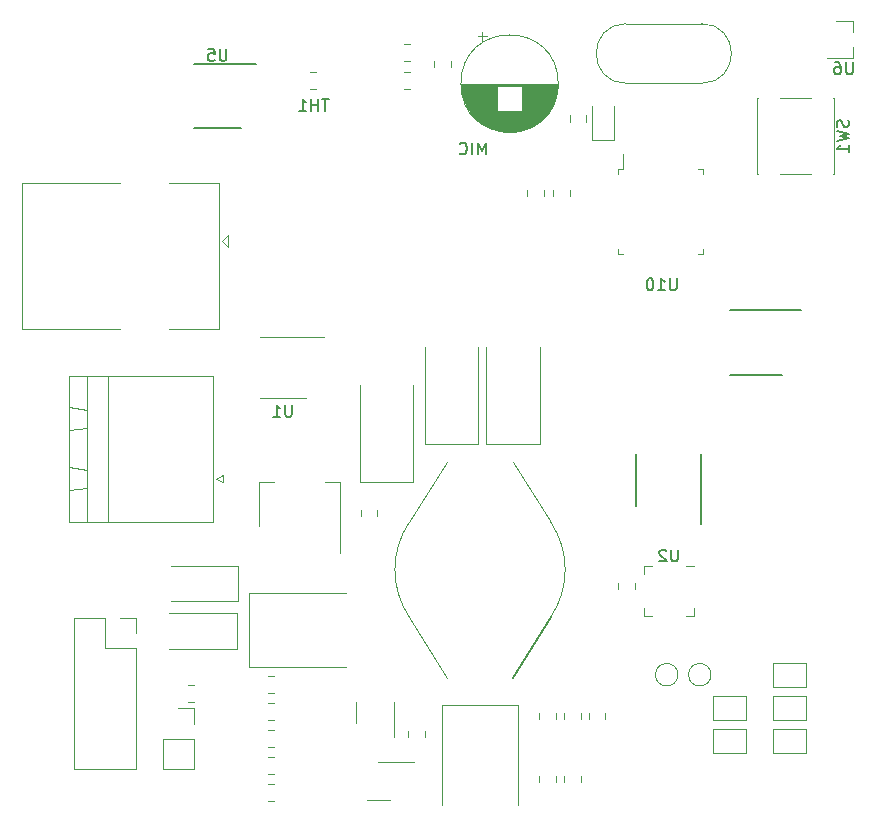
<source format=gbr>
G04 #@! TF.GenerationSoftware,KiCad,Pcbnew,(5.1.4)-1*
G04 #@! TF.CreationDate,2020-06-16T16:04:14+02:00*
G04 #@! TF.ProjectId,SensorPlayBoard,53656e73-6f72-4506-9c61-79426f617264,rev?*
G04 #@! TF.SameCoordinates,Original*
G04 #@! TF.FileFunction,Legend,Bot*
G04 #@! TF.FilePolarity,Positive*
%FSLAX46Y46*%
G04 Gerber Fmt 4.6, Leading zero omitted, Abs format (unit mm)*
G04 Created by KiCad (PCBNEW (5.1.4)-1) date 2020-06-16 16:04:14*
%MOMM*%
%LPD*%
G04 APERTURE LIST*
%ADD10C,0.150000*%
%ADD11C,0.120000*%
G04 APERTURE END LIST*
D10*
X165971428Y-62552380D02*
X165971428Y-61552380D01*
X165638095Y-62266666D01*
X165304761Y-61552380D01*
X165304761Y-62552380D01*
X164828571Y-62552380D02*
X164828571Y-61552380D01*
X163780952Y-62457142D02*
X163828571Y-62504761D01*
X163971428Y-62552380D01*
X164066666Y-62552380D01*
X164209523Y-62504761D01*
X164304761Y-62409523D01*
X164352380Y-62314285D01*
X164400000Y-62123809D01*
X164400000Y-61980952D01*
X164352380Y-61790476D01*
X164304761Y-61695238D01*
X164209523Y-61600000D01*
X164066666Y-61552380D01*
X163971428Y-61552380D01*
X163828571Y-61600000D01*
X163780952Y-61647619D01*
D11*
X174940000Y-61335000D02*
X174940000Y-58475000D01*
X176860000Y-61335000D02*
X174940000Y-61335000D01*
X176860000Y-58475000D02*
X176860000Y-61335000D01*
X177190000Y-98838748D02*
X177190000Y-99361252D01*
X178610000Y-98838748D02*
X178610000Y-99361252D01*
X163010000Y-55161252D02*
X163010000Y-54638748D01*
X161590000Y-55161252D02*
X161590000Y-54638748D01*
X173110000Y-66061252D02*
X173110000Y-65538748D01*
X171690000Y-66061252D02*
X171690000Y-65538748D01*
X154150000Y-105910000D02*
X145915000Y-105910000D01*
X145915000Y-105910000D02*
X145915000Y-99690000D01*
X145915000Y-99690000D02*
X154150000Y-99690000D01*
X147538748Y-108110000D02*
X148061252Y-108110000D01*
X147538748Y-106690000D02*
X148061252Y-106690000D01*
X147538748Y-108990000D02*
X148061252Y-108990000D01*
X147538748Y-110410000D02*
X148061252Y-110410000D01*
X172590000Y-109813748D02*
X172590000Y-110336252D01*
X174010000Y-109813748D02*
X174010000Y-110336252D01*
X176110000Y-109838748D02*
X176110000Y-110361252D01*
X174690000Y-109838748D02*
X174690000Y-110361252D01*
X159860000Y-82050000D02*
X159860000Y-90285000D01*
X159860000Y-90285000D02*
X155340000Y-90285000D01*
X155340000Y-90285000D02*
X155340000Y-82050000D01*
X160840000Y-87085000D02*
X160840000Y-78850000D01*
X165360000Y-87085000D02*
X160840000Y-87085000D01*
X165360000Y-78850000D02*
X165360000Y-87085000D01*
X170560000Y-78850000D02*
X170560000Y-87085000D01*
X170560000Y-87085000D02*
X166040000Y-87085000D01*
X166040000Y-87085000D02*
X166040000Y-78850000D01*
X156810000Y-92638748D02*
X156810000Y-93161252D01*
X155390000Y-92638748D02*
X155390000Y-93161252D01*
X139300000Y-97400000D02*
X145000000Y-97400000D01*
X145000000Y-97400000D02*
X145000000Y-100400000D01*
X145000000Y-100400000D02*
X139300000Y-100400000D01*
X144900000Y-104400000D02*
X139200000Y-104400000D01*
X144900000Y-101400000D02*
X144900000Y-104400000D01*
X139200000Y-101400000D02*
X144900000Y-101400000D01*
X168750000Y-109200000D02*
X162250000Y-109200000D01*
X168750000Y-109200000D02*
X168750000Y-117600000D01*
X162250000Y-109200000D02*
X162250000Y-117600000D01*
X142910000Y-93650000D02*
X130690000Y-93650000D01*
X130690000Y-93650000D02*
X130690000Y-81270000D01*
X130690000Y-81270000D02*
X142910000Y-81270000D01*
X142910000Y-81270000D02*
X142910000Y-93650000D01*
X132190000Y-93650000D02*
X133990000Y-93650000D01*
X133990000Y-93650000D02*
X133990000Y-81270000D01*
X133990000Y-81270000D02*
X132190000Y-81270000D01*
X132190000Y-81270000D02*
X132190000Y-93650000D01*
X130690000Y-91000000D02*
X130690000Y-89000000D01*
X130690000Y-89000000D02*
X132190000Y-89250000D01*
X132190000Y-89250000D02*
X132190000Y-90750000D01*
X132190000Y-90750000D02*
X130690000Y-91000000D01*
X130690000Y-85920000D02*
X130690000Y-83920000D01*
X130690000Y-83920000D02*
X132190000Y-84170000D01*
X132190000Y-84170000D02*
X132190000Y-85670000D01*
X132190000Y-85670000D02*
X130690000Y-85920000D01*
X143710000Y-89700000D02*
X143110000Y-90000000D01*
X143110000Y-90000000D02*
X143710000Y-90300000D01*
X143710000Y-90300000D02*
X143710000Y-89700000D01*
X136330000Y-114590000D02*
X131130000Y-114590000D01*
X136330000Y-104370000D02*
X136330000Y-114590000D01*
X131130000Y-101770000D02*
X131130000Y-114590000D01*
X136330000Y-104370000D02*
X133730000Y-104370000D01*
X133730000Y-104370000D02*
X133730000Y-101770000D01*
X133730000Y-101770000D02*
X131130000Y-101770000D01*
X136330000Y-103100000D02*
X136330000Y-101770000D01*
X136330000Y-101770000D02*
X135000000Y-101770000D01*
X139140000Y-64990000D02*
X143400000Y-64990000D01*
X143400000Y-64990000D02*
X143400000Y-77310000D01*
X143400000Y-77310000D02*
X139140000Y-77310000D01*
X135040000Y-64990000D02*
X126680000Y-64990000D01*
X126680000Y-64990000D02*
X126680000Y-77310000D01*
X126680000Y-77310000D02*
X135040000Y-77310000D01*
X143620000Y-69900000D02*
X144120000Y-69400000D01*
X144120000Y-69400000D02*
X144120000Y-70400000D01*
X144120000Y-70400000D02*
X143620000Y-69900000D01*
X141284000Y-114614000D02*
X138624000Y-114614000D01*
X141284000Y-112014000D02*
X141284000Y-114614000D01*
X138624000Y-112014000D02*
X138624000Y-114614000D01*
X141284000Y-112014000D02*
X138624000Y-112014000D01*
X141284000Y-110744000D02*
X141284000Y-109414000D01*
X141284000Y-109414000D02*
X139954000Y-109414000D01*
X190300000Y-110400000D02*
X193100000Y-110400000D01*
X193100000Y-110400000D02*
X193100000Y-108400000D01*
X193100000Y-108400000D02*
X190300000Y-108400000D01*
X190300000Y-108400000D02*
X190300000Y-110400000D01*
X190300000Y-105600000D02*
X190300000Y-107600000D01*
X193100000Y-105600000D02*
X190300000Y-105600000D01*
X193100000Y-107600000D02*
X193100000Y-105600000D01*
X190300000Y-107600000D02*
X193100000Y-107600000D01*
X190300000Y-113200000D02*
X193100000Y-113200000D01*
X193100000Y-113200000D02*
X193100000Y-111200000D01*
X193100000Y-111200000D02*
X190300000Y-111200000D01*
X190300000Y-111200000D02*
X190300000Y-113200000D01*
X188000000Y-113200000D02*
X188000000Y-111200000D01*
X185200000Y-113200000D02*
X188000000Y-113200000D01*
X185200000Y-111200000D02*
X185200000Y-113200000D01*
X188000000Y-111200000D02*
X185200000Y-111200000D01*
X188000000Y-110400000D02*
X188000000Y-108400000D01*
X185200000Y-110400000D02*
X188000000Y-110400000D01*
X185200000Y-108400000D02*
X185200000Y-110400000D01*
X188000000Y-108400000D02*
X185200000Y-108400000D01*
X171505589Y-101691605D02*
G75*
G03X171500000Y-93700000I-6005589J3991605D01*
G01*
X159494411Y-93708395D02*
G75*
G03X159500000Y-101700000I6005589J-3991605D01*
G01*
X171500000Y-93700000D02*
X168300000Y-88550000D01*
X159500000Y-101700000D02*
X162700000Y-106850000D01*
D10*
X168300000Y-106850000D02*
X171500000Y-101700000D01*
D11*
X162700000Y-88550000D02*
X159500000Y-93700000D01*
X172120000Y-56550000D02*
G75*
G03X172120000Y-56550000I-4120000J0D01*
G01*
X163920000Y-56550000D02*
X172080000Y-56550000D01*
X163920000Y-56590000D02*
X172080000Y-56590000D01*
X163920000Y-56630000D02*
X172080000Y-56630000D01*
X163921000Y-56670000D02*
X172079000Y-56670000D01*
X163923000Y-56710000D02*
X172077000Y-56710000D01*
X163924000Y-56750000D02*
X172076000Y-56750000D01*
X163926000Y-56790000D02*
X166960000Y-56790000D01*
X169040000Y-56790000D02*
X172074000Y-56790000D01*
X163929000Y-56830000D02*
X166960000Y-56830000D01*
X169040000Y-56830000D02*
X172071000Y-56830000D01*
X163932000Y-56870000D02*
X166960000Y-56870000D01*
X169040000Y-56870000D02*
X172068000Y-56870000D01*
X163935000Y-56910000D02*
X166960000Y-56910000D01*
X169040000Y-56910000D02*
X172065000Y-56910000D01*
X163939000Y-56950000D02*
X166960000Y-56950000D01*
X169040000Y-56950000D02*
X172061000Y-56950000D01*
X163943000Y-56990000D02*
X166960000Y-56990000D01*
X169040000Y-56990000D02*
X172057000Y-56990000D01*
X163948000Y-57030000D02*
X166960000Y-57030000D01*
X169040000Y-57030000D02*
X172052000Y-57030000D01*
X163952000Y-57070000D02*
X166960000Y-57070000D01*
X169040000Y-57070000D02*
X172048000Y-57070000D01*
X163958000Y-57110000D02*
X166960000Y-57110000D01*
X169040000Y-57110000D02*
X172042000Y-57110000D01*
X163963000Y-57150000D02*
X166960000Y-57150000D01*
X169040000Y-57150000D02*
X172037000Y-57150000D01*
X163970000Y-57190000D02*
X166960000Y-57190000D01*
X169040000Y-57190000D02*
X172030000Y-57190000D01*
X163976000Y-57230000D02*
X166960000Y-57230000D01*
X169040000Y-57230000D02*
X172024000Y-57230000D01*
X163983000Y-57271000D02*
X166960000Y-57271000D01*
X169040000Y-57271000D02*
X172017000Y-57271000D01*
X163990000Y-57311000D02*
X166960000Y-57311000D01*
X169040000Y-57311000D02*
X172010000Y-57311000D01*
X163998000Y-57351000D02*
X166960000Y-57351000D01*
X169040000Y-57351000D02*
X172002000Y-57351000D01*
X164006000Y-57391000D02*
X166960000Y-57391000D01*
X169040000Y-57391000D02*
X171994000Y-57391000D01*
X164015000Y-57431000D02*
X166960000Y-57431000D01*
X169040000Y-57431000D02*
X171985000Y-57431000D01*
X164024000Y-57471000D02*
X166960000Y-57471000D01*
X169040000Y-57471000D02*
X171976000Y-57471000D01*
X164033000Y-57511000D02*
X166960000Y-57511000D01*
X169040000Y-57511000D02*
X171967000Y-57511000D01*
X164043000Y-57551000D02*
X166960000Y-57551000D01*
X169040000Y-57551000D02*
X171957000Y-57551000D01*
X164053000Y-57591000D02*
X166960000Y-57591000D01*
X169040000Y-57591000D02*
X171947000Y-57591000D01*
X164064000Y-57631000D02*
X166960000Y-57631000D01*
X169040000Y-57631000D02*
X171936000Y-57631000D01*
X164075000Y-57671000D02*
X166960000Y-57671000D01*
X169040000Y-57671000D02*
X171925000Y-57671000D01*
X164086000Y-57711000D02*
X166960000Y-57711000D01*
X169040000Y-57711000D02*
X171914000Y-57711000D01*
X164098000Y-57751000D02*
X166960000Y-57751000D01*
X169040000Y-57751000D02*
X171902000Y-57751000D01*
X164111000Y-57791000D02*
X166960000Y-57791000D01*
X169040000Y-57791000D02*
X171889000Y-57791000D01*
X164123000Y-57831000D02*
X166960000Y-57831000D01*
X169040000Y-57831000D02*
X171877000Y-57831000D01*
X164137000Y-57871000D02*
X166960000Y-57871000D01*
X169040000Y-57871000D02*
X171863000Y-57871000D01*
X164150000Y-57911000D02*
X166960000Y-57911000D01*
X169040000Y-57911000D02*
X171850000Y-57911000D01*
X164165000Y-57951000D02*
X166960000Y-57951000D01*
X169040000Y-57951000D02*
X171835000Y-57951000D01*
X164179000Y-57991000D02*
X166960000Y-57991000D01*
X169040000Y-57991000D02*
X171821000Y-57991000D01*
X164195000Y-58031000D02*
X166960000Y-58031000D01*
X169040000Y-58031000D02*
X171805000Y-58031000D01*
X164210000Y-58071000D02*
X166960000Y-58071000D01*
X169040000Y-58071000D02*
X171790000Y-58071000D01*
X164226000Y-58111000D02*
X166960000Y-58111000D01*
X169040000Y-58111000D02*
X171774000Y-58111000D01*
X164243000Y-58151000D02*
X166960000Y-58151000D01*
X169040000Y-58151000D02*
X171757000Y-58151000D01*
X164260000Y-58191000D02*
X166960000Y-58191000D01*
X169040000Y-58191000D02*
X171740000Y-58191000D01*
X164278000Y-58231000D02*
X166960000Y-58231000D01*
X169040000Y-58231000D02*
X171722000Y-58231000D01*
X164296000Y-58271000D02*
X166960000Y-58271000D01*
X169040000Y-58271000D02*
X171704000Y-58271000D01*
X164314000Y-58311000D02*
X166960000Y-58311000D01*
X169040000Y-58311000D02*
X171686000Y-58311000D01*
X164334000Y-58351000D02*
X166960000Y-58351000D01*
X169040000Y-58351000D02*
X171666000Y-58351000D01*
X164353000Y-58391000D02*
X166960000Y-58391000D01*
X169040000Y-58391000D02*
X171647000Y-58391000D01*
X164373000Y-58431000D02*
X166960000Y-58431000D01*
X169040000Y-58431000D02*
X171627000Y-58431000D01*
X164394000Y-58471000D02*
X166960000Y-58471000D01*
X169040000Y-58471000D02*
X171606000Y-58471000D01*
X164416000Y-58511000D02*
X166960000Y-58511000D01*
X169040000Y-58511000D02*
X171584000Y-58511000D01*
X164438000Y-58551000D02*
X166960000Y-58551000D01*
X169040000Y-58551000D02*
X171562000Y-58551000D01*
X164460000Y-58591000D02*
X166960000Y-58591000D01*
X169040000Y-58591000D02*
X171540000Y-58591000D01*
X164483000Y-58631000D02*
X166960000Y-58631000D01*
X169040000Y-58631000D02*
X171517000Y-58631000D01*
X164507000Y-58671000D02*
X166960000Y-58671000D01*
X169040000Y-58671000D02*
X171493000Y-58671000D01*
X164531000Y-58711000D02*
X166960000Y-58711000D01*
X169040000Y-58711000D02*
X171469000Y-58711000D01*
X164556000Y-58751000D02*
X166960000Y-58751000D01*
X169040000Y-58751000D02*
X171444000Y-58751000D01*
X164582000Y-58791000D02*
X166960000Y-58791000D01*
X169040000Y-58791000D02*
X171418000Y-58791000D01*
X164608000Y-58831000D02*
X166960000Y-58831000D01*
X169040000Y-58831000D02*
X171392000Y-58831000D01*
X164635000Y-58871000D02*
X171365000Y-58871000D01*
X164662000Y-58911000D02*
X171338000Y-58911000D01*
X164691000Y-58951000D02*
X171309000Y-58951000D01*
X164720000Y-58991000D02*
X171280000Y-58991000D01*
X164750000Y-59031000D02*
X171250000Y-59031000D01*
X164780000Y-59071000D02*
X171220000Y-59071000D01*
X164811000Y-59111000D02*
X171189000Y-59111000D01*
X164844000Y-59151000D02*
X171156000Y-59151000D01*
X164876000Y-59191000D02*
X171124000Y-59191000D01*
X164910000Y-59231000D02*
X171090000Y-59231000D01*
X164945000Y-59271000D02*
X171055000Y-59271000D01*
X164981000Y-59311000D02*
X171019000Y-59311000D01*
X165017000Y-59351000D02*
X170983000Y-59351000D01*
X165055000Y-59391000D02*
X170945000Y-59391000D01*
X165093000Y-59431000D02*
X170907000Y-59431000D01*
X165133000Y-59471000D02*
X170867000Y-59471000D01*
X165174000Y-59511000D02*
X170826000Y-59511000D01*
X165216000Y-59551000D02*
X170784000Y-59551000D01*
X165259000Y-59591000D02*
X170741000Y-59591000D01*
X165303000Y-59631000D02*
X170697000Y-59631000D01*
X165349000Y-59671000D02*
X170651000Y-59671000D01*
X165396000Y-59711000D02*
X170604000Y-59711000D01*
X165444000Y-59751000D02*
X170556000Y-59751000D01*
X165495000Y-59791000D02*
X170505000Y-59791000D01*
X165546000Y-59831000D02*
X170454000Y-59831000D01*
X165600000Y-59871000D02*
X170400000Y-59871000D01*
X165655000Y-59911000D02*
X170345000Y-59911000D01*
X165713000Y-59951000D02*
X170287000Y-59951000D01*
X165772000Y-59991000D02*
X170228000Y-59991000D01*
X165834000Y-60031000D02*
X170166000Y-60031000D01*
X165898000Y-60071000D02*
X170102000Y-60071000D01*
X165966000Y-60111000D02*
X170034000Y-60111000D01*
X166036000Y-60151000D02*
X169964000Y-60151000D01*
X166110000Y-60191000D02*
X169890000Y-60191000D01*
X166187000Y-60231000D02*
X169813000Y-60231000D01*
X166269000Y-60271000D02*
X169731000Y-60271000D01*
X166355000Y-60311000D02*
X169645000Y-60311000D01*
X166448000Y-60351000D02*
X169552000Y-60351000D01*
X166547000Y-60391000D02*
X169453000Y-60391000D01*
X166654000Y-60431000D02*
X169346000Y-60431000D01*
X166771000Y-60471000D02*
X169229000Y-60471000D01*
X166902000Y-60511000D02*
X169098000Y-60511000D01*
X167052000Y-60551000D02*
X168948000Y-60551000D01*
X167232000Y-60591000D02*
X168768000Y-60591000D01*
X167467000Y-60631000D02*
X168533000Y-60631000D01*
X165685000Y-52140302D02*
X165685000Y-52940302D01*
X165285000Y-52540302D02*
X166085000Y-52540302D01*
X154990000Y-110700000D02*
X154990000Y-108900000D01*
X158210000Y-108900000D02*
X158210000Y-111850000D01*
X140738748Y-107494000D02*
X141261252Y-107494000D01*
X140738748Y-108914000D02*
X141261252Y-108914000D01*
X159561252Y-53190000D02*
X159038748Y-53190000D01*
X159561252Y-54610000D02*
X159038748Y-54610000D01*
X159561252Y-57010000D02*
X159038748Y-57010000D01*
X159561252Y-55590000D02*
X159038748Y-55590000D01*
X169490000Y-66061252D02*
X169490000Y-65538748D01*
X170910000Y-66061252D02*
X170910000Y-65538748D01*
X174510000Y-59761252D02*
X174510000Y-59238748D01*
X173090000Y-59761252D02*
X173090000Y-59238748D01*
X147538748Y-113590000D02*
X148061252Y-113590000D01*
X147538748Y-115010000D02*
X148061252Y-115010000D01*
X147538748Y-112710000D02*
X148061252Y-112710000D01*
X147538748Y-111290000D02*
X148061252Y-111290000D01*
X148061252Y-115890000D02*
X147538748Y-115890000D01*
X148061252Y-117310000D02*
X147538748Y-117310000D01*
X160810000Y-111338748D02*
X160810000Y-111861252D01*
X159390000Y-111338748D02*
X159390000Y-111861252D01*
X171910000Y-115686252D02*
X171910000Y-115163748D01*
X170490000Y-115686252D02*
X170490000Y-115163748D01*
X174010000Y-115686252D02*
X174010000Y-115163748D01*
X172590000Y-115686252D02*
X172590000Y-115163748D01*
X170490000Y-109863748D02*
X170490000Y-110386252D01*
X171910000Y-109863748D02*
X171910000Y-110386252D01*
X195430000Y-57770000D02*
X195400000Y-57770000D01*
X188970000Y-57770000D02*
X189000000Y-57770000D01*
X188970000Y-64230000D02*
X189000000Y-64230000D01*
X195400000Y-64230000D02*
X195430000Y-64230000D01*
X193500000Y-57770000D02*
X190900000Y-57770000D01*
X195430000Y-64230000D02*
X195430000Y-57770000D01*
X193500000Y-64230000D02*
X190900000Y-64230000D01*
X188970000Y-64230000D02*
X188970000Y-57770000D01*
X151636252Y-55590000D02*
X151113748Y-55590000D01*
X151636252Y-57010000D02*
X151113748Y-57010000D01*
X148800000Y-83160000D02*
X146850000Y-83160000D01*
X148800000Y-83160000D02*
X150750000Y-83160000D01*
X148800000Y-78040000D02*
X146850000Y-78040000D01*
X148800000Y-78040000D02*
X152250000Y-78040000D01*
X180065000Y-97390000D02*
X179390000Y-97390000D01*
X179390000Y-97390000D02*
X179390000Y-98065000D01*
X182935000Y-101610000D02*
X183610000Y-101610000D01*
X183610000Y-101610000D02*
X183610000Y-100935000D01*
X180065000Y-101610000D02*
X179390000Y-101610000D01*
X179390000Y-101610000D02*
X179390000Y-100935000D01*
X182935000Y-97390000D02*
X183610000Y-97390000D01*
D10*
X191100000Y-81225000D02*
X186700000Y-81225000D01*
X192675000Y-75700000D02*
X186700000Y-75700000D01*
D11*
X146790000Y-90290000D02*
X148050000Y-90290000D01*
X153610000Y-90290000D02*
X152350000Y-90290000D01*
X146790000Y-94050000D02*
X146790000Y-90290000D01*
X153610000Y-96300000D02*
X153610000Y-90290000D01*
X197060000Y-51220000D02*
X197060000Y-52150000D01*
X197060000Y-54380000D02*
X197060000Y-53450000D01*
X197060000Y-54380000D02*
X194900000Y-54380000D01*
X197060000Y-51220000D02*
X195600000Y-51220000D01*
D10*
X178675000Y-92300000D02*
X178675000Y-87900000D01*
X184200000Y-93875000D02*
X184200000Y-87900000D01*
D11*
X184410000Y-70560000D02*
X184410000Y-71010000D01*
X184410000Y-71010000D02*
X183960000Y-71010000D01*
X184410000Y-64240000D02*
X184410000Y-63790000D01*
X184410000Y-63790000D02*
X183960000Y-63790000D01*
X177190000Y-70560000D02*
X177190000Y-71010000D01*
X177190000Y-71010000D02*
X177640000Y-71010000D01*
X177190000Y-64240000D02*
X177190000Y-63790000D01*
X177190000Y-63790000D02*
X177640000Y-63790000D01*
X177640000Y-63790000D02*
X177640000Y-62500000D01*
X155900000Y-117220000D02*
X157900000Y-117220000D01*
X156900000Y-113980000D02*
X159900000Y-113980000D01*
X177860000Y-56525000D02*
G75*
G02X177860000Y-51475000I0J2525000D01*
G01*
X184260000Y-56525000D02*
G75*
G03X184260000Y-51475000I0J2525000D01*
G01*
X184260000Y-56525000D02*
X177860000Y-56525000D01*
X184260000Y-51475000D02*
X177860000Y-51475000D01*
X182250000Y-106600000D02*
G75*
G03X182250000Y-106600000I-950000J0D01*
G01*
X185050000Y-106600000D02*
G75*
G03X185050000Y-106600000I-950000J0D01*
G01*
D10*
X145256000Y-60333000D02*
X141256000Y-60333000D01*
X146531000Y-54933000D02*
X141256000Y-54933000D01*
X196654761Y-59666666D02*
X196702380Y-59809523D01*
X196702380Y-60047619D01*
X196654761Y-60142857D01*
X196607142Y-60190476D01*
X196511904Y-60238095D01*
X196416666Y-60238095D01*
X196321428Y-60190476D01*
X196273809Y-60142857D01*
X196226190Y-60047619D01*
X196178571Y-59857142D01*
X196130952Y-59761904D01*
X196083333Y-59714285D01*
X195988095Y-59666666D01*
X195892857Y-59666666D01*
X195797619Y-59714285D01*
X195750000Y-59761904D01*
X195702380Y-59857142D01*
X195702380Y-60095238D01*
X195750000Y-60238095D01*
X195702380Y-60571428D02*
X196702380Y-60809523D01*
X195988095Y-61000000D01*
X196702380Y-61190476D01*
X195702380Y-61428571D01*
X196702380Y-62333333D02*
X196702380Y-61761904D01*
X196702380Y-62047619D02*
X195702380Y-62047619D01*
X195845238Y-61952380D01*
X195940476Y-61857142D01*
X195988095Y-61761904D01*
X152685714Y-57852380D02*
X152114285Y-57852380D01*
X152400000Y-58852380D02*
X152400000Y-57852380D01*
X151780952Y-58852380D02*
X151780952Y-57852380D01*
X151780952Y-58328571D02*
X151209523Y-58328571D01*
X151209523Y-58852380D02*
X151209523Y-57852380D01*
X150209523Y-58852380D02*
X150780952Y-58852380D01*
X150495238Y-58852380D02*
X150495238Y-57852380D01*
X150590476Y-57995238D01*
X150685714Y-58090476D01*
X150780952Y-58138095D01*
X149561904Y-83752380D02*
X149561904Y-84561904D01*
X149514285Y-84657142D01*
X149466666Y-84704761D01*
X149371428Y-84752380D01*
X149180952Y-84752380D01*
X149085714Y-84704761D01*
X149038095Y-84657142D01*
X148990476Y-84561904D01*
X148990476Y-83752380D01*
X147990476Y-84752380D02*
X148561904Y-84752380D01*
X148276190Y-84752380D02*
X148276190Y-83752380D01*
X148371428Y-83895238D01*
X148466666Y-83990476D01*
X148561904Y-84038095D01*
X182261904Y-96002380D02*
X182261904Y-96811904D01*
X182214285Y-96907142D01*
X182166666Y-96954761D01*
X182071428Y-97002380D01*
X181880952Y-97002380D01*
X181785714Y-96954761D01*
X181738095Y-96907142D01*
X181690476Y-96811904D01*
X181690476Y-96002380D01*
X181261904Y-96097619D02*
X181214285Y-96050000D01*
X181119047Y-96002380D01*
X180880952Y-96002380D01*
X180785714Y-96050000D01*
X180738095Y-96097619D01*
X180690476Y-96192857D01*
X180690476Y-96288095D01*
X180738095Y-96430952D01*
X181309523Y-97002380D01*
X180690476Y-97002380D01*
X197061904Y-54752380D02*
X197061904Y-55561904D01*
X197014285Y-55657142D01*
X196966666Y-55704761D01*
X196871428Y-55752380D01*
X196680952Y-55752380D01*
X196585714Y-55704761D01*
X196538095Y-55657142D01*
X196490476Y-55561904D01*
X196490476Y-54752380D01*
X195585714Y-54752380D02*
X195776190Y-54752380D01*
X195871428Y-54800000D01*
X195919047Y-54847619D01*
X196014285Y-54990476D01*
X196061904Y-55180952D01*
X196061904Y-55561904D01*
X196014285Y-55657142D01*
X195966666Y-55704761D01*
X195871428Y-55752380D01*
X195680952Y-55752380D01*
X195585714Y-55704761D01*
X195538095Y-55657142D01*
X195490476Y-55561904D01*
X195490476Y-55323809D01*
X195538095Y-55228571D01*
X195585714Y-55180952D01*
X195680952Y-55133333D01*
X195871428Y-55133333D01*
X195966666Y-55180952D01*
X196014285Y-55228571D01*
X196061904Y-55323809D01*
X182138095Y-73052380D02*
X182138095Y-73861904D01*
X182090476Y-73957142D01*
X182042857Y-74004761D01*
X181947619Y-74052380D01*
X181757142Y-74052380D01*
X181661904Y-74004761D01*
X181614285Y-73957142D01*
X181566666Y-73861904D01*
X181566666Y-73052380D01*
X180566666Y-74052380D02*
X181138095Y-74052380D01*
X180852380Y-74052380D02*
X180852380Y-73052380D01*
X180947619Y-73195238D01*
X181042857Y-73290476D01*
X181138095Y-73338095D01*
X179947619Y-73052380D02*
X179852380Y-73052380D01*
X179757142Y-73100000D01*
X179709523Y-73147619D01*
X179661904Y-73242857D01*
X179614285Y-73433333D01*
X179614285Y-73671428D01*
X179661904Y-73861904D01*
X179709523Y-73957142D01*
X179757142Y-74004761D01*
X179852380Y-74052380D01*
X179947619Y-74052380D01*
X180042857Y-74004761D01*
X180090476Y-73957142D01*
X180138095Y-73861904D01*
X180185714Y-73671428D01*
X180185714Y-73433333D01*
X180138095Y-73242857D01*
X180090476Y-73147619D01*
X180042857Y-73100000D01*
X179947619Y-73052380D01*
X144017904Y-53610380D02*
X144017904Y-54419904D01*
X143970285Y-54515142D01*
X143922666Y-54562761D01*
X143827428Y-54610380D01*
X143636952Y-54610380D01*
X143541714Y-54562761D01*
X143494095Y-54515142D01*
X143446476Y-54419904D01*
X143446476Y-53610380D01*
X142494095Y-53610380D02*
X142970285Y-53610380D01*
X143017904Y-54086571D01*
X142970285Y-54038952D01*
X142875047Y-53991333D01*
X142636952Y-53991333D01*
X142541714Y-54038952D01*
X142494095Y-54086571D01*
X142446476Y-54181809D01*
X142446476Y-54419904D01*
X142494095Y-54515142D01*
X142541714Y-54562761D01*
X142636952Y-54610380D01*
X142875047Y-54610380D01*
X142970285Y-54562761D01*
X143017904Y-54515142D01*
M02*

</source>
